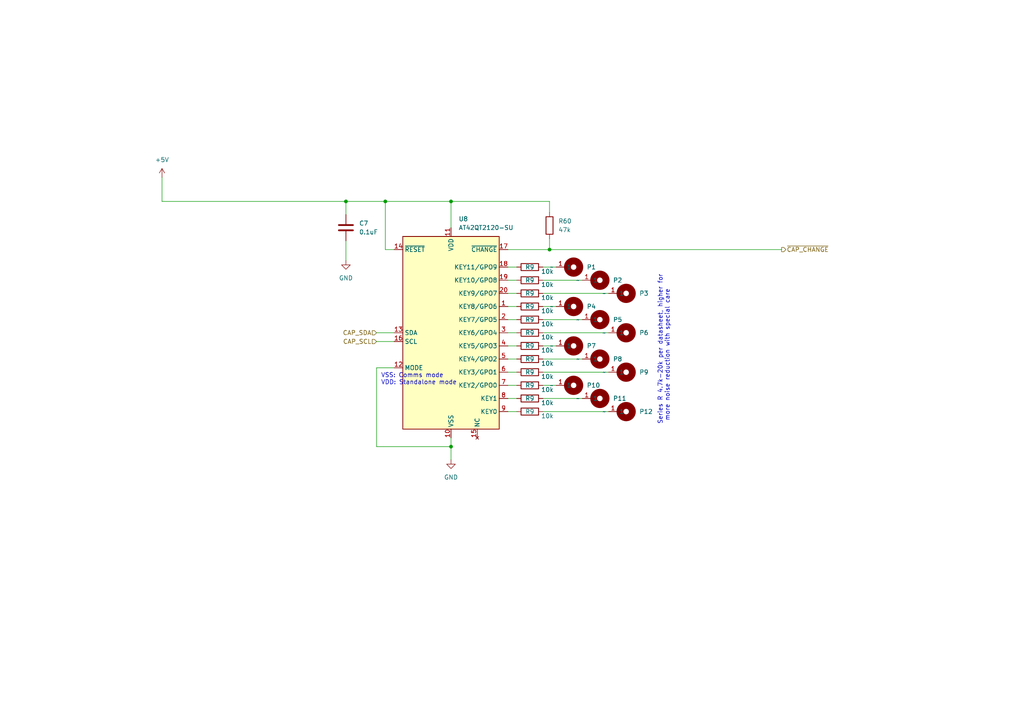
<source format=kicad_sch>
(kicad_sch (version 20230121) (generator eeschema)
  (paper "A4")
  (lib_symbols
    (symbol "Device:C" (pin_numbers hide) (pin_names (offset 0.254))
      (property "Reference" "C" (at 0.635 2.54 0))
      (property "Value" "C" (at 0.635 -2.54 0))
      (symbol "C_0_1"
        (polyline (pts (xy -2.032 -0.762) (xy 2.032 -0.762)) (stroke (width 0.508)))
        (polyline (pts (xy -2.032 0.762) (xy 2.032 0.762)) (stroke (width 0.508)))
      )
      (symbol "C_1_1"
        (pin passive line (at 0 3.81 270) (length 2.794) (name "~") (number "1"))
        (pin passive line (at 0 -3.81 90) (length 2.794) (name "~") (number "2"))
      )
    )
    (symbol "Device:R" (pin_numbers hide) (pin_names (offset 0))
      (property "Reference" "R" (at 2.032 0 90))
      (property "Value" "R" (at 0 0 90))
      (symbol "R_0_1"
        (rectangle (start -1.016 -2.54) (end 1.016 2.54) (stroke (width 0.254)))
      )
      (symbol "R_1_1"
        (pin passive line (at 0 3.81 270) (length 1.27) (name "~") (number "1"))
        (pin passive line (at 0 -3.81 90) (length 1.27) (name "~") (number "2"))
      )
    )
    (symbol "Sensor_Touch:AT42QT2120-SU"
      (property "Reference" "U" (at 10.16 38.1 0))
      (property "Value" "AT42QT2120-SU" (at 15.24 -16.51 0))
      (symbol "AT42QT2120-SU_1_1"
        (rectangle (start 13.97 40.64) (end 41.91 -15.24) (stroke (width 0.254)) (fill (type background)))
        (pin bidirectional line (at 44.45 20.32 180) (length 2.54) (name "KEY8/GPO6") (number "1"))
        (pin power_in line (at 27.94 -17.78 90) (length 2.54) (name "VSS") (number "10"))
        (pin power_in line (at 27.94 43.18 270) (length 2.54) (name "VDD") (number "11"))
        (pin input line (at 11.43 2.54 0) (length 2.54) (name "MODE") (number "12"))
        (pin bidirectional line (at 11.43 12.7 0) (length 2.54) (name "SDA") (number "13"))
        (pin input line (at 11.43 36.83 0) (length 2.54) (name "~{RESET}") (number "14"))
        (pin no_connect line (at 35.56 -17.78 90) (length 2.54) (name "NC") (number "15"))
        (pin bidirectional line (at 11.43 10.16 0) (length 2.54) (name "SCL") (number "16"))
        (pin output line (at 44.45 36.83 180) (length 2.54) (name "~{CHANGE}") (number "17"))
        (pin bidirectional line (at 44.45 31.75 180) (length 2.54) (name "KEY11/GPO9") (number "18"))
        (pin bidirectional line (at 44.45 27.94 180) (length 2.54) (name "KEY10/GPO8") (number "19"))
        (pin bidirectional line (at 44.45 16.51 180) (length 2.54) (name "KEY7/GPO5") (number "2"))
        (pin bidirectional line (at 44.45 24.13 180) (length 2.54) (name "KEY9/GPO7") (number "20"))
        (pin bidirectional line (at 44.45 12.7 180) (length 2.54) (name "KEY6/GPO4") (number "3"))
        (pin bidirectional line (at 44.45 8.89 180) (length 2.54) (name "KEY5/GPO3") (number "4"))
        (pin bidirectional line (at 44.45 5.08 180) (length 2.54) (name "KEY4/GPO2") (number "5"))
        (pin bidirectional line (at 44.45 1.27 180) (length 2.54) (name "KEY3/GPO1") (number "6"))
        (pin bidirectional line (at 44.45 -2.54 180) (length 2.54) (name "KEY2/GPO0") (number "7"))
        (pin bidirectional line (at 44.45 -6.35 180) (length 2.54) (name "KEY1") (number "8"))
        (pin bidirectional line (at 44.45 -10.16 180) (length 2.54) (name "KEY0") (number "9"))
      )
    )
    (symbol "Sensor_Touch:Single_LED_Touch_Key"
      (property "Reference" "P" (at 2.54 3.81 0))
      (symbol "Single_LED_Touch_Key_1_1"
        (circle (center 0 0) (radius 1.7961) (stroke (width 2)))
        (pin bidirectional line (at -5.08 0 0) (length 2.54) (name "1") (number "1"))
      )
    )
    (symbol "power:+5V" (power) (pin_names (offset 0))
      (property "Value" "+5V" (at 0 3.556 0))
      (symbol "+5V_0_1"
        (polyline (pts (xy -0.762 1.27) (xy 0 2.54)))
        (polyline (pts (xy 0 0) (xy 0 2.54)))
        (polyline (pts (xy 0 2.54) (xy 0.762 1.27)))
      )
      (symbol "+5V_1_1"
        (pin power_in line (at 0 0 90) (length 0) hide (name "+5V") (number "1"))
      )
    )
    (symbol "power:GND" (power) (pin_names (offset 0))
      (property "Value" "GND" (at 0 -3.81 0))
      (symbol "GND_0_1"
        (polyline (pts (xy 0 0) (xy 0 -1.27) (xy 1.27 -1.27) (xy 0 -2.54) (xy -1.27 -1.27) (xy 0 -1.27)))
      )
      (symbol "GND_1_1"
        (pin power_in line (at 0 0 270) (length 0) hide (name "GND") (number "1"))
      )
    )
  )
  (junction (at 100.33 58.42))
  (junction (at 130.81 129.54))
  (junction (at 130.81 58.42))
  (junction (at 159.385 72.39))
  (junction (at 111.76 58.42))
  (wire (pts (xy 111.76 58.42) (xy 130.81 58.42)))
  (wire (pts (xy 147.32 81.28) (xy 149.86 81.28)))
  (wire (pts (xy 100.33 58.42) (xy 100.33 62.23)))
  (wire (pts (xy 157.48 115.57) (xy 168.91 115.57)))
  (wire (pts (xy 130.81 66.04) (xy 130.81 58.42)))
  (wire (pts (xy 147.32 92.71) (xy 149.86 92.71)))
  (wire (pts (xy 100.33 69.85) (xy 100.33 75.565)))
  (wire (pts (xy 157.48 96.52) (xy 176.53 96.52)))
  (wire (pts (xy 147.32 77.47) (xy 149.86 77.47)))
  (wire (pts (xy 109.22 106.68) (xy 109.22 129.54)))
  (wire (pts (xy 147.32 85.09) (xy 149.86 85.09)))
  (wire (pts (xy 109.22 99.06) (xy 114.3 99.06)))
  (wire (pts (xy 46.99 58.42) (xy 100.33 58.42)))
  (wire (pts (xy 109.22 96.52) (xy 114.3 96.52)))
  (wire (pts (xy 147.32 88.9) (xy 149.86 88.9)))
  (wire (pts (xy 157.48 111.76) (xy 161.29 111.76)))
  (wire (pts (xy 157.48 119.38) (xy 176.53 119.38)))
  (wire (pts (xy 159.385 69.215) (xy 159.385 72.39)))
  (wire (pts (xy 147.32 119.38) (xy 149.86 119.38)))
  (wire (pts (xy 157.48 107.95) (xy 176.53 107.95)))
  (wire (pts (xy 109.22 129.54) (xy 130.81 129.54)))
  (wire (pts (xy 114.3 106.68) (xy 109.22 106.68)))
  (wire (pts (xy 159.385 58.42) (xy 159.385 61.595)))
  (wire (pts (xy 147.32 107.95) (xy 149.86 107.95)))
  (wire (pts (xy 147.32 100.33) (xy 149.86 100.33)))
  (wire (pts (xy 147.32 72.39) (xy 159.385 72.39)))
  (wire (pts (xy 111.76 72.39) (xy 111.76 58.42)))
  (wire (pts (xy 157.48 104.14) (xy 168.91 104.14)))
  (wire (pts (xy 147.32 111.76) (xy 149.86 111.76)))
  (wire (pts (xy 114.3 72.39) (xy 111.76 72.39)))
  (wire (pts (xy 159.385 72.39) (xy 226.695 72.39)))
  (wire (pts (xy 147.32 115.57) (xy 149.86 115.57)))
  (wire (pts (xy 46.99 51.435) (xy 46.99 58.42)))
  (wire (pts (xy 157.48 85.09) (xy 176.53 85.09)))
  (wire (pts (xy 157.48 81.28) (xy 168.91 81.28)))
  (wire (pts (xy 157.48 88.9) (xy 161.29 88.9)))
  (wire (pts (xy 157.48 100.33) (xy 161.29 100.33)))
  (wire (pts (xy 157.48 77.47) (xy 161.29 77.47)))
  (wire (pts (xy 130.81 129.54) (xy 130.81 133.35)))
  (wire (pts (xy 147.32 96.52) (xy 149.86 96.52)))
  (wire (pts (xy 157.48 92.71) (xy 168.91 92.71)))
  (wire (pts (xy 130.81 58.42) (xy 159.385 58.42)))
  (wire (pts (xy 100.33 58.42) (xy 111.76 58.42)))
  (wire (pts (xy 130.81 127) (xy 130.81 129.54)))
  (wire (pts (xy 147.32 104.14) (xy 149.86 104.14)))
  (text "Series R 4.7k-20k per datasheet, higher for\n more noise reduction with special care" (at 194.31 123.19 90) (effects (font (size 1.27 1.27)) (justify left bottom)))
  (text "VSS: Comms mode\nVDD: Standalone mode" (at 110.49 111.76 0) (effects (font (size 1.27 1.27)) (justify left bottom)))
  (hierarchical_label "~{CAP_CHANGE}" (shape output) (at 226.695 72.39 0))
  (hierarchical_label "CAP_SCL" (shape input) (at 109.22 99.06 180))
  (hierarchical_label "CAP_SDA" (shape input) (at 109.22 96.52 180))
  (symbol (lib_id "power:GND") (at 130.81 133.35 0) (unit 1)
    (property "Reference" "#PWR015" (effects hide))
    (property "Value" "GND" (at 130.81 138.43 0))
    (instances (project "button-board" (path "" (reference "#PWR015") (unit 1)) (path "" (reference "#PWR07") (unit 1)) (path "" (reference "#PWR011") (unit 1)) (path "" (reference "#PWR07") (unit 1)) (path "" (reference "#PWR034") (unit 1))))
  )
  (symbol (lib_id "Sensor_Touch:Single_LED_Touch_Key") (at 166.37 77.47 0) (unit 1)
    (property "Reference" "P1" (at 170.18 77.47 0) (effects (justify left)))
    (property "Value" "~" (at 160.02 77.47 0))
    (property "Footprint" "Button_Switch_SMD:Cap_Touch_Ring_Large_Bottom" (effects hide))
    (instances (project "button-board" (path "" (reference "P1") (unit 1)) (path "" (reference "P13") (unit 1)) (path "" (reference "P25") (unit 1)) (path "" (reference "P1") (unit 1)) (path "" (reference "P25") (unit 1))))
  )
  (symbol (lib_id "Device:R") (at 153.67 115.57 90) (unit 1)
    (property "Reference" "R9" (at 153.67 115.57 90))
    (property "Value" "10k" (at 158.75 116.84 90))
    (property "Footprint" "Resistor_SMD:R_0603_1608Metric" (effects hide))
    (instances (project "button-board" (path "" (reference "R9") (unit 1)) (path "" (reference "R150") (unit 1)) (path "" (reference "R16") (unit 1)) (path "" (reference "R54") (unit 1)) (path "" (reference "R26") (unit 1)) (path "" (reference "R132") (unit 1))))
  )
  (symbol (lib_id "Device:R") (at 153.67 81.28 90) (unit 1)
    (property "Reference" "R9" (at 153.67 81.28 90))
    (property "Value" "10k" (at 158.75 82.55 90))
    (property "Footprint" "Resistor_SMD:R_0603_1608Metric" (effects hide))
    (instances (project "button-board" (path "" (reference "R9") (unit 1)) (path "" (reference "R101") (unit 1)) (path "" (reference "R6") (unit 1)) (path "" (reference "R33") (unit 1)) (path "" (reference "R6") (unit 1)) (path "" (reference "R123") (unit 1))))
  )
  (symbol (lib_id "Device:R") (at 153.67 107.95 90) (unit 1)
    (property "Reference" "R9" (at 153.67 107.95 90))
    (property "Value" "10k" (at 158.75 109.22 90))
    (property "Footprint" "Resistor_SMD:R_0603_1608Metric" (effects hide))
    (instances (project "button-board" (path "" (reference "R9") (unit 1)) (path "" (reference "R133") (unit 1)) (path "" (reference "R14") (unit 1)) (path "" (reference "R51") (unit 1)) (path "" (reference "R23") (unit 1)) (path "" (reference "R130") (unit 1))))
  )
  (symbol (lib_id "Device:R") (at 153.67 96.52 90) (unit 1)
    (property "Reference" "R9" (at 153.67 96.52 90))
    (property "Value" "10k" (at 158.75 97.79 90))
    (property "Footprint" "Resistor_SMD:R_0603_1608Metric" (effects hide))
    (instances (project "button-board" (path "" (reference "R9") (unit 1)) (path "" (reference "R109") (unit 1)) (path "" (reference "R10") (unit 1)) (path "" (reference "R45") (unit 1)) (path "" (reference "R17") (unit 1)) (path "" (reference "R127") (unit 1))))
  )
  (symbol (lib_id "Sensor_Touch:Single_LED_Touch_Key") (at 173.99 115.57 0) (unit 1)
    (property "Reference" "P11" (at 177.8 115.57 0) (effects (justify left)))
    (property "Value" "~" (at 167.64 115.57 0))
    (property "Footprint" "Button_Switch_SMD:Cap_Touch_Ring_Cutout" (effects hide))
    (instances (project "button-board" (path "" (reference "P11") (unit 1)) (path "" (reference "P23") (unit 1)) (path "" (reference "P35") (unit 1)) (path "" (reference "P8") (unit 1)) (path "" (reference "P35") (unit 1))))
  )
  (symbol (lib_id "Device:R") (at 153.67 100.33 90) (unit 1)
    (property "Reference" "R9" (at 153.67 100.33 90))
    (property "Value" "10k" (at 158.75 101.6 90))
    (property "Footprint" "Resistor_SMD:R_0603_1608Metric" (effects hide))
    (instances (project "button-board" (path "" (reference "R9") (unit 1)) (path "" (reference "R131") (unit 1)) (path "" (reference "R11") (unit 1)) (path "" (reference "R46") (unit 1)) (path "" (reference "R18") (unit 1)) (path "" (reference "R128") (unit 1))))
  )
  (symbol (lib_id "Sensor_Touch:Single_LED_Touch_Key") (at 181.61 96.52 0) (unit 1)
    (property "Reference" "P6" (at 185.42 96.52 0) (effects (justify left)))
    (property "Value" "~" (at 175.26 96.52 0))
    (property "Footprint" "Button_Switch_SMD:Cap_Touch_Ring_Large_Bottom" (effects hide))
    (instances (project "button-board" (path "" (reference "P6") (unit 1)) (path "" (reference "P18") (unit 1)) (path "" (reference "P30") (unit 1)) (path "" (reference "P10") (unit 1)) (path "" (reference "P30") (unit 1))))
  )
  (symbol (lib_id "Device:R") (at 153.67 88.9 90) (unit 1)
    (property "Reference" "R9" (at 153.67 88.9 90))
    (property "Value" "10k" (at 158.75 90.17 90))
    (property "Footprint" "Resistor_SMD:R_0603_1608Metric" (effects hide))
    (instances (project "button-board" (path "" (reference "R9") (unit 1)) (path "" (reference "R107") (unit 1)) (path "" (reference "R8") (unit 1)) (path "" (reference "R43") (unit 1)) (path "" (reference "R15") (unit 1)) (path "" (reference "R125") (unit 1))))
  )
  (symbol (lib_id "Sensor_Touch:Single_LED_Touch_Key") (at 181.61 119.38 0) (unit 1)
    (property "Reference" "P12" (at 185.42 119.38 0) (effects (justify left)))
    (property "Value" "~" (at 175.26 119.38 0))
    (property "Footprint" "Button_Switch_SMD:Cap_Touch_Ring_Cutout" (effects hide))
    (instances (project "button-board" (path "" (reference "P12") (unit 1)) (path "" (reference "P24") (unit 1)) (path "" (reference "P36") (unit 1)) (path "" (reference "P12") (unit 1)) (path "" (reference "P36") (unit 1))))
  )
  (symbol (lib_id "Device:R") (at 153.67 111.76 90) (unit 1)
    (property "Reference" "R9" (at 153.67 111.76 90))
    (property "Value" "10k" (at 158.75 113.03 90))
    (property "Footprint" "Resistor_SMD:R_0603_1608Metric" (effects hide))
    (instances (project "button-board" (path "" (reference "R9") (unit 1)) (path "" (reference "R149") (unit 1)) (path "" (reference "R15") (unit 1)) (path "" (reference "R52") (unit 1)) (path "" (reference "R24") (unit 1)) (path "" (reference "R131") (unit 1))))
  )
  (symbol (lib_id "Device:R") (at 153.67 104.14 90) (unit 1)
    (property "Reference" "R9" (at 153.67 104.14 90))
    (property "Value" "10k" (at 158.75 105.41 90))
    (property "Footprint" "Resistor_SMD:R_0603_1608Metric" (effects hide))
    (instances (project "button-board" (path "" (reference "R9") (unit 1)) (path "" (reference "R132") (unit 1)) (path "" (reference "R12") (unit 1)) (path "" (reference "R48") (unit 1)) (path "" (reference "R22") (unit 1)) (path "" (reference "R129") (unit 1))))
  )
  (symbol (lib_id "power:+5V") (at 46.99 51.435 0) (unit 1)
    (property "Reference" "#PWR03" (effects hide))
    (property "Value" "+5V" (at 46.99 46.355 0))
    (instances (project "button-board" (path "" (reference "#PWR03") (unit 1)) (path "" (reference "#PWR03") (unit 1)) (path "" (reference "#PWR06") (unit 1)) (path "" (reference "#PWR010") (unit 1)) (path "" (reference "#PWR06") (unit 1)) (path "" (reference "#PWR033") (unit 1))))
  )
  (symbol (lib_id "Sensor_Touch:Single_LED_Touch_Key") (at 166.37 100.33 0) (unit 1)
    (property "Reference" "P7" (at 170.18 100.33 0) (effects (justify left)))
    (property "Value" "~" (at 160.02 100.33 0))
    (property "Footprint" "Button_Switch_SMD:Cap_Touch_Ring_Cutout" (effects hide))
    (instances (project "button-board" (path "" (reference "P7") (unit 1)) (path "" (reference "P19") (unit 1)) (path "" (reference "P31") (unit 1)) (path "" (reference "P3") (unit 1)) (path "" (reference "P31") (unit 1))))
  )
  (symbol (lib_id "Sensor_Touch:AT42QT2120-SU") (at 102.87 109.22 0) (unit 1)
    (property "Reference" "U8" (at 133.0041 63.5 0) (effects (justify left)))
    (property "Value" "AT42QT2120-SU" (at 133.0041 66.04 0) (effects (justify left)))
    (property "Footprint" "Package_SO:TSSOP-20_4.4x6.5mm_P0.65mm" (effects hide))
    (instances (project "button-board" (path "" (reference "U8") (unit 1)) (path "" (reference "U2") (unit 1)) (path "" (reference "U3") (unit 1)) (path "" (reference "U5") (unit 1)) (path "" (reference "U3") (unit 1)) (path "" (reference "U12") (unit 1))))
  )
  (symbol (lib_id "Sensor_Touch:Single_LED_Touch_Key") (at 173.99 92.71 0) (unit 1)
    (property "Reference" "P5" (at 177.8 92.71 0) (effects (justify left)))
    (property "Value" "~" (at 167.64 92.71 0))
    (property "Footprint" "Button_Switch_SMD:Cap_Touch_Ring_Large_Bottom" (effects hide))
    (instances (project "button-board" (path "" (reference "P5") (unit 1)) (path "" (reference "P17") (unit 1)) (path "" (reference "P29") (unit 1)) (path "" (reference "P6") (unit 1)) (path "" (reference "P29") (unit 1))))
  )
  (symbol (lib_id "Sensor_Touch:Single_LED_Touch_Key") (at 181.61 107.95 0) (unit 1)
    (property "Reference" "P9" (at 185.42 107.95 0) (effects (justify left)))
    (property "Value" "~" (at 175.26 107.95 0))
    (property "Footprint" "Button_Switch_SMD:Cap_Touch_Ring_Cutout" (effects hide))
    (instances (project "button-board" (path "" (reference "P9") (unit 1)) (path "" (reference "P21") (unit 1)) (path "" (reference "P33") (unit 1)) (path "" (reference "P11") (unit 1)) (path "" (reference "P33") (unit 1))))
  )
  (symbol (lib_id "Sensor_Touch:Single_LED_Touch_Key") (at 166.37 88.9 0) (unit 1)
    (property "Reference" "P4" (at 170.18 88.9 0) (effects (justify left)))
    (property "Value" "~" (at 160.02 88.9 0))
    (property "Footprint" "Button_Switch_SMD:Cap_Touch_Ring_Large_Bottom" (effects hide))
    (instances (project "button-board" (path "" (reference "P4") (unit 1)) (path "" (reference "P16") (unit 1)) (path "" (reference "P28") (unit 1)) (path "" (reference "P2") (unit 1)) (path "" (reference "P28") (unit 1))))
  )
  (symbol (lib_id "Sensor_Touch:Single_LED_Touch_Key") (at 173.99 81.28 0) (unit 1)
    (property "Reference" "P2" (at 177.8 81.28 0) (effects (justify left)))
    (property "Value" "~" (at 167.64 81.28 0))
    (property "Footprint" "Button_Switch_SMD:Cap_Touch_Ring_Large_Bottom" (effects hide))
    (instances (project "button-board" (path "" (reference "P2") (unit 1)) (path "" (reference "P14") (unit 1)) (path "" (reference "P26") (unit 1)) (path "" (reference "P5") (unit 1)) (path "" (reference "P26") (unit 1))))
  )
  (symbol (lib_id "Device:R") (at 153.67 77.47 90) (unit 1)
    (property "Reference" "R9" (at 153.67 77.47 90))
    (property "Value" "10k" (at 158.75 78.74 90))
    (property "Footprint" "Resistor_SMD:R_0603_1608Metric" (effects hide))
    (instances (project "button-board" (path "" (reference "R9") (unit 1)) (path "" (reference "R73") (unit 1)) (path "" (reference "R5") (unit 1)) (path "" (reference "R32") (unit 1)) (path "" (reference "R5") (unit 1)) (path "" (reference "R122") (unit 1))))
  )
  (symbol (lib_id "Device:R") (at 153.67 85.09 90) (unit 1)
    (property "Reference" "R9" (at 153.67 85.09 90))
    (property "Value" "10k" (at 158.75 86.36 90))
    (property "Footprint" "Resistor_SMD:R_0603_1608Metric" (effects hide))
    (instances (project "button-board" (path "" (reference "R9") (unit 1)) (path "" (reference "R119") (unit 1)) (path "" (reference "R7") (unit 1)) (path "" (reference "R42") (unit 1)) (path "" (reference "R14") (unit 1)) (path "" (reference "R124") (unit 1))))
  )
  (symbol (lib_id "Sensor_Touch:Single_LED_Touch_Key") (at 173.99 104.14 0) (unit 1)
    (property "Reference" "P8" (at 177.8 104.14 0) (effects (justify left)))
    (property "Value" "~" (at 167.64 104.14 0))
    (property "Footprint" "Button_Switch_SMD:Cap_Touch_Ring_Cutout" (effects hide))
    (instances (project "button-board" (path "" (reference "P8") (unit 1)) (path "" (reference "P20") (unit 1)) (path "" (reference "P32") (unit 1)) (path "" (reference "P7") (unit 1)) (path "" (reference "P32") (unit 1))))
  )
  (symbol (lib_id "Sensor_Touch:Single_LED_Touch_Key") (at 181.61 85.09 0) (unit 1)
    (property "Reference" "P3" (at 185.42 85.09 0) (effects (justify left)))
    (property "Value" "~" (at 175.26 85.09 0))
    (property "Footprint" "Button_Switch_SMD:Cap_Touch_Ring_Large_Bottom" (effects hide))
    (instances (project "button-board" (path "" (reference "P3") (unit 1)) (path "" (reference "P15") (unit 1)) (path "" (reference "P27") (unit 1)) (path "" (reference "P9") (unit 1)) (path "" (reference "P27") (unit 1))))
  )
  (symbol (lib_id "Sensor_Touch:Single_LED_Touch_Key") (at 166.37 111.76 0) (unit 1)
    (property "Reference" "P10" (at 170.18 111.76 0) (effects (justify left)))
    (property "Value" "~" (at 160.02 111.76 0))
    (property "Footprint" "Button_Switch_SMD:Cap_Touch_Ring_Cutout" (effects hide))
    (instances (project "button-board" (path "" (reference "P10") (unit 1)) (path "" (reference "P22") (unit 1)) (path "" (reference "P34") (unit 1)) (path "" (reference "P4") (unit 1)) (path "" (reference "P34") (unit 1))))
  )
  (symbol (lib_id "Device:C") (at 100.33 66.04 0) (unit 1)
    (property "Reference" "C7" (at 104.14 64.77 0) (effects (justify left)))
    (property "Value" "0.1uF" (at 104.14 67.31 0) (effects (justify left)))
    (property "Footprint" "Capacitor_SMD:C_0603_1608Metric" (effects hide))
    (instances (project "button-board" (path "" (reference "C7") (unit 1)) (path "" (reference "C11") (unit 1)) (path "" (reference "C15") (unit 1)) (path "" (reference "C17") (unit 1)) (path "" (reference "C19") (unit 1))))
  )
  (symbol (lib_id "Device:R") (at 153.67 92.71 90) (unit 1)
    (property "Reference" "R9" (at 153.67 92.71 90))
    (property "Value" "10k" (at 158.75 93.98 90))
    (property "Footprint" "Resistor_SMD:R_0603_1608Metric" (effects hide))
    (instances (project "button-board" (path "" (reference "R9") (unit 1)) (path "" (reference "R108") (unit 1)) (path "" (reference "R9") (unit 1)) (path "" (reference "R44") (unit 1)) (path "" (reference "R16") (unit 1)) (path "" (reference "R126") (unit 1))))
  )
  (symbol (lib_id "Device:R") (at 153.67 119.38 90) (unit 1)
    (property "Reference" "R9" (at 153.67 119.38 90))
    (property "Value" "10k" (at 158.75 120.65 90))
    (property "Footprint" "Resistor_SMD:R_0603_1608Metric" (effects hide))
    (instances (project "button-board" (path "" (reference "R9") (unit 1)) (path "" (reference "R151") (unit 1)) (path "" (reference "R17") (unit 1)) (path "" (reference "R55") (unit 1)) (path "" (reference "R27") (unit 1)) (path "" (reference "R133") (unit 1))))
  )
  (symbol (lib_id "power:GND") (at 100.33 75.565 0) (unit 1)
    (property "Reference" "#PWR07" (effects hide))
    (property "Value" "GND" (at 100.33 80.645 0))
    (instances (project "button-board" (path "" (reference "#PWR07") (unit 1)) (path "" (reference "#PWR011") (unit 1)) (path "" (reference "#PWR04") (unit 1)) (path "" (reference "#PWR041") (unit 1)) (path "" (reference "#PWR018") (unit 1)) (path "" (reference "#PWR043") (unit 1))))
  )
  (symbol (lib_id "Device:R") (at 159.385 65.405 0) (unit 1)
    (property "Reference" "R60" (at 161.925 64.135 0) (effects (justify left)))
    (property "Value" "47k" (at 161.925 66.675 0) (effects (justify left)))
    (property "Footprint" "Resistor_SMD:R_0603_1608Metric" (effects hide))
    (instances (project "button-board" (path "" (reference "R60") (unit 1)) (path "" (reference "R62") (unit 1)) (path "" (reference "R32") (unit 1)) (path "" (reference "R134") (unit 1))))
  )
)
</source>
